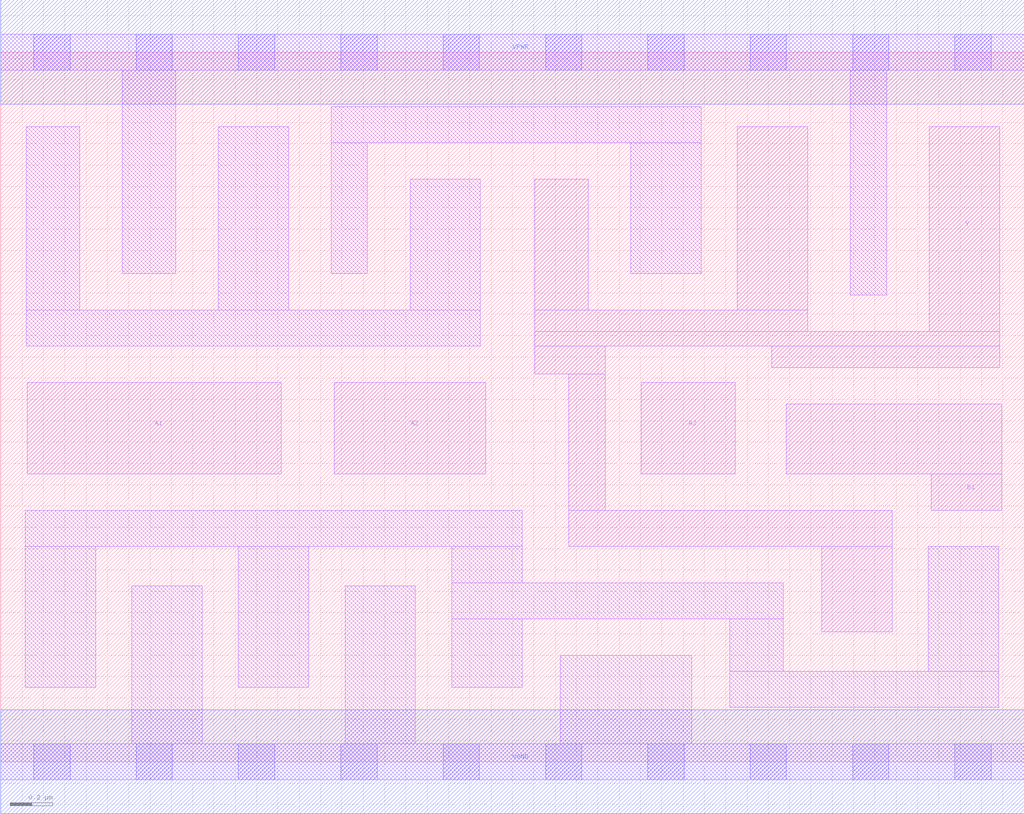
<source format=lef>
# Copyright 2020 The SkyWater PDK Authors
#
# Licensed under the Apache License, Version 2.0 (the "License");
# you may not use this file except in compliance with the License.
# You may obtain a copy of the License at
#
#     https://www.apache.org/licenses/LICENSE-2.0
#
# Unless required by applicable law or agreed to in writing, software
# distributed under the License is distributed on an "AS IS" BASIS,
# WITHOUT WARRANTIES OR CONDITIONS OF ANY KIND, either express or implied.
# See the License for the specific language governing permissions and
# limitations under the License.
#
# SPDX-License-Identifier: Apache-2.0

VERSION 5.7 ;
  NAMESCASESENSITIVE ON ;
  NOWIREEXTENSIONATPIN ON ;
  DIVIDERCHAR "/" ;
  BUSBITCHARS "[]" ;
UNITS
  DATABASE MICRONS 200 ;
END UNITS
MACRO sky130_fd_sc_ls__o31ai_2
  CLASS CORE ;
  SOURCE USER ;
  FOREIGN sky130_fd_sc_ls__o31ai_2 ;
  ORIGIN  0.000000  0.000000 ;
  SIZE  4.800000 BY  3.330000 ;
  SYMMETRY X Y ;
  SITE unit ;
  PIN A1
    ANTENNAGATEAREA  0.558000 ;
    DIRECTION INPUT ;
    USE SIGNAL ;
    PORT
      LAYER li1 ;
        RECT 0.125000 1.350000 1.315000 1.780000 ;
    END
  END A1
  PIN A2
    ANTENNAGATEAREA  0.558000 ;
    DIRECTION INPUT ;
    USE SIGNAL ;
    PORT
      LAYER li1 ;
        RECT 1.565000 1.350000 2.275000 1.780000 ;
    END
  END A2
  PIN A3
    ANTENNAGATEAREA  0.558000 ;
    DIRECTION INPUT ;
    USE SIGNAL ;
    PORT
      LAYER li1 ;
        RECT 3.005000 1.350000 3.445000 1.780000 ;
    END
  END A3
  PIN B1
    ANTENNAGATEAREA  0.558000 ;
    DIRECTION INPUT ;
    USE SIGNAL ;
    PORT
      LAYER li1 ;
        RECT 3.685000 1.350000 4.695000 1.680000 ;
        RECT 4.365000 1.180000 4.695000 1.350000 ;
    END
  END B1
  PIN Y
    ANTENNADIFFAREA  1.297000 ;
    DIRECTION OUTPUT ;
    USE SIGNAL ;
    PORT
      LAYER li1 ;
        RECT 2.505000 1.820000 2.835000 1.950000 ;
        RECT 2.505000 1.950000 4.685000 2.020000 ;
        RECT 2.505000 2.020000 3.785000 2.120000 ;
        RECT 2.505000 2.120000 2.755000 2.735000 ;
        RECT 2.665000 1.010000 4.180000 1.180000 ;
        RECT 2.665000 1.180000 2.835000 1.820000 ;
        RECT 3.455000 2.120000 3.785000 2.980000 ;
        RECT 3.615000 1.850000 4.685000 1.950000 ;
        RECT 3.850000 0.610000 4.180000 1.010000 ;
        RECT 4.355000 2.020000 4.685000 2.980000 ;
    END
  END Y
  PIN VGND
    DIRECTION INOUT ;
    SHAPE ABUTMENT ;
    USE GROUND ;
    PORT
      LAYER met1 ;
        RECT 0.000000 -0.245000 4.800000 0.245000 ;
    END
  END VGND
  PIN VPWR
    DIRECTION INOUT ;
    SHAPE ABUTMENT ;
    USE POWER ;
    PORT
      LAYER met1 ;
        RECT 0.000000 3.085000 4.800000 3.575000 ;
    END
  END VPWR
  OBS
    LAYER li1 ;
      RECT 0.000000 -0.085000 4.800000 0.085000 ;
      RECT 0.000000  3.245000 4.800000 3.415000 ;
      RECT 0.115000  0.350000 0.445000 1.010000 ;
      RECT 0.115000  1.010000 2.445000 1.180000 ;
      RECT 0.120000  1.950000 2.250000 2.120000 ;
      RECT 0.120000  2.120000 0.370000 2.980000 ;
      RECT 0.570000  2.290000 0.820000 3.245000 ;
      RECT 0.615000  0.085000 0.945000 0.825000 ;
      RECT 1.020000  2.120000 1.350000 2.980000 ;
      RECT 1.115000  0.350000 1.445000 1.010000 ;
      RECT 1.550000  2.290000 1.720000 2.905000 ;
      RECT 1.550000  2.905000 3.285000 3.075000 ;
      RECT 1.615000  0.085000 1.945000 0.825000 ;
      RECT 1.920000  2.120000 2.250000 2.735000 ;
      RECT 2.115000  0.350000 2.445000 0.670000 ;
      RECT 2.115000  0.670000 3.670000 0.840000 ;
      RECT 2.115000  0.840000 2.445000 1.010000 ;
      RECT 2.625000  0.085000 3.240000 0.500000 ;
      RECT 2.955000  2.290000 3.285000 2.905000 ;
      RECT 3.420000  0.255000 4.680000 0.425000 ;
      RECT 3.420000  0.425000 3.670000 0.670000 ;
      RECT 3.985000  2.190000 4.155000 3.245000 ;
      RECT 4.350000  0.425000 4.680000 1.010000 ;
    LAYER mcon ;
      RECT 0.155000 -0.085000 0.325000 0.085000 ;
      RECT 0.155000  3.245000 0.325000 3.415000 ;
      RECT 0.635000 -0.085000 0.805000 0.085000 ;
      RECT 0.635000  3.245000 0.805000 3.415000 ;
      RECT 1.115000 -0.085000 1.285000 0.085000 ;
      RECT 1.115000  3.245000 1.285000 3.415000 ;
      RECT 1.595000 -0.085000 1.765000 0.085000 ;
      RECT 1.595000  3.245000 1.765000 3.415000 ;
      RECT 2.075000 -0.085000 2.245000 0.085000 ;
      RECT 2.075000  3.245000 2.245000 3.415000 ;
      RECT 2.555000 -0.085000 2.725000 0.085000 ;
      RECT 2.555000  3.245000 2.725000 3.415000 ;
      RECT 3.035000 -0.085000 3.205000 0.085000 ;
      RECT 3.035000  3.245000 3.205000 3.415000 ;
      RECT 3.515000 -0.085000 3.685000 0.085000 ;
      RECT 3.515000  3.245000 3.685000 3.415000 ;
      RECT 3.995000 -0.085000 4.165000 0.085000 ;
      RECT 3.995000  3.245000 4.165000 3.415000 ;
      RECT 4.475000 -0.085000 4.645000 0.085000 ;
      RECT 4.475000  3.245000 4.645000 3.415000 ;
  END
END sky130_fd_sc_ls__o31ai_2

</source>
